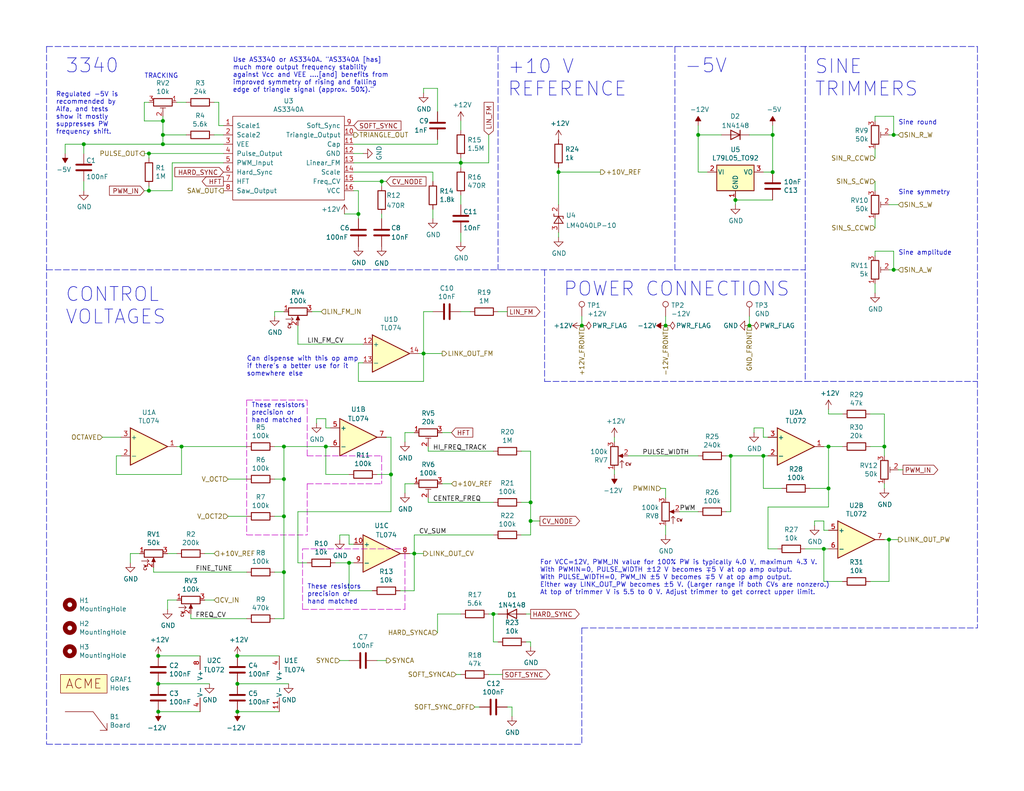
<source format=kicad_sch>
(kicad_sch (version 20211123) (generator eeschema)
  (paper "USLetter")
  (title_block (title "Hero VCO") (date "2021-11-16") (company "Rich Holmes / Analog Output") (comment 1 "or neighboring rights to this work. Published from United States.") (comment 2 "To the extent possible under law, Richard Holmes has waived all copyright and related ") (comment 3 "Partly based on designs by Kassutronics, Thomas Henry, and LMNC"))
  (junction (at 49.53 121.92))
  (junction (at 190.5 36.83))
  (junction (at 134.62 167.64))
  (junction (at 95.25 153.67))
  (junction (at 97.79 58.42))
  (junction (at 152.4 46.99))
  (junction (at 243.84 73.66))
  (junction (at 113.03 151.13))
  (junction (at 241.3 121.92))
  (junction (at 158.75 88.9))
  (junction (at 40.64 52.07))
  (junction (at 77.47 156.21))
  (junction (at 77.47 121.92))
  (junction (at 210.82 46.99))
  (junction (at 44.45 39.37))
  (junction (at 64.77 179.07))
  (junction (at 204.47 88.9))
  (junction (at 43.18 194.31))
  (junction (at 144.78 137.16))
  (junction (at 43.18 186.69))
  (junction (at 199.39 124.46))
  (junction (at 226.06 133.35))
  (junction (at 22.86 39.37))
  (junction (at 44.45 36.83))
  (junction (at 44.45 33.02))
  (junction (at 104.14 49.53))
  (junction (at 115.57 96.52))
  (junction (at 64.77 186.69))
  (junction (at 88.9 121.92))
  (junction (at 243.84 36.83))
  (junction (at 181.61 88.9))
  (junction (at 125.73 44.45))
  (junction (at 77.47 140.97))
  (junction (at 226.06 121.92))
  (junction (at 40.64 41.91))
  (junction (at 64.77 194.31))
  (junction (at 106.68 129.54))
  (junction (at 144.78 142.24))
  (junction (at 77.47 130.81))
  (junction (at 208.28 124.46))
  (junction (at 43.18 179.07))
  (junction (at 224.79 149.86))
  (junction (at 210.82 36.83))
  (junction (at 200.66 54.61))
  (junction (at 242.57 147.32))
  (wire (pts (xy 60.96 41.91) (xy 40.64 41.91)))
  (wire (pts (xy 224.79 142.24) (xy 222.25 142.24)))
  (wire (pts (xy 88.9 121.92) (xy 88.9 129.54)))
  (wire (pts (xy 241.3 132.08) (xy 241.3 133.35)))
  (wire (pts (xy 74.93 140.97) (xy 77.47 140.97)))
  (wire (pts (xy 167.64 119.38) (xy 167.64 120.65)))
  (wire (pts (xy 83.82 153.67) (xy 81.28 153.67)))
  (wire (pts (xy 238.76 62.23) (xy 238.76 59.69)))
  (wire (pts (xy 224.79 149.86) (xy 224.79 158.75)))
  (wire (pts (xy 115.57 85.09) (xy 115.57 96.52)))
  (wire (pts (xy 97.79 104.14) (xy 115.57 104.14)))
  (wire (pts (xy 92.71 180.34) (xy 95.25 180.34)))
  (wire (pts (xy 105.41 49.53) (xy 104.14 49.53)))
  (wire (pts (xy 27.94 119.38) (xy 33.02 119.38)))
  (wire (pts (xy 190.5 36.83) (xy 196.85 36.83)))
  (wire (pts (xy 144.78 167.64) (xy 143.51 167.64)))
  (wire (pts (xy 88.9 114.3) (xy 88.9 116.84)))
  (wire (pts (xy 144.78 123.19) (xy 142.24 123.19)))
  (wire (pts (xy 152.4 63.5) (xy 152.4 64.77)))
  (wire (pts (xy 58.42 36.83) (xy 60.96 36.83)))
  (wire (pts (xy 96.52 46.99) (xy 118.11 46.99)))
  (polyline (pts (xy 83.82 124.46) (xy 83.82 109.22)) (stroke (width 0) (color 194 0 194 1)))
  (wire (pts (xy 55.88 151.13) (xy 58.42 151.13)))
  (wire (pts (xy 226.06 149.86) (xy 224.79 149.86)))
  (wire (pts (xy 205.74 116.84) (xy 205.74 118.11)))
  (wire (pts (xy 137.16 184.15) (xy 133.35 184.15)))
  (wire (pts (xy 226.06 113.03) (xy 229.87 113.03)))
  (wire (pts (xy 115.57 24.13) (xy 115.57 25.4)))
  (wire (pts (xy 38.1 151.13) (xy 35.56 151.13)))
  (wire (pts (xy 31.75 129.54) (xy 49.53 129.54)))
  (wire (pts (xy 41.91 156.21) (xy 67.31 156.21)))
  (wire (pts (xy 198.12 139.7) (xy 199.39 139.7)))
  (wire (pts (xy 210.82 34.29) (xy 210.82 36.83)))
  (polyline (pts (xy 184.15 12.7) (xy 184.15 73.66)))
  (wire (pts (xy 35.56 151.13) (xy 35.56 153.67)))
  (wire (pts (xy 158.75 86.36) (xy 158.75 88.9)))
  (wire (pts (xy 135.89 175.26) (xy 134.62 175.26)))
  (wire (pts (xy 119.38 30.48) (xy 119.38 24.13)))
  (wire (pts (xy 57.15 186.69) (xy 43.18 186.69)))
  (wire (pts (xy 115.57 151.13) (xy 113.03 151.13)))
  (wire (pts (xy 118.11 59.69) (xy 118.11 57.15)))
  (wire (pts (xy 106.68 139.7) (xy 106.68 129.54)))
  (wire (pts (xy 242.57 147.32) (xy 241.3 147.32)))
  (wire (pts (xy 243.84 73.66) (xy 242.57 73.66)))
  (wire (pts (xy 77.47 121.92) (xy 77.47 130.81)))
  (wire (pts (xy 90.17 121.92) (xy 88.9 121.92)))
  (wire (pts (xy 144.78 142.24) (xy 144.78 137.16)))
  (wire (pts (xy 125.73 63.5) (xy 125.73 66.04)))
  (wire (pts (xy 115.57 96.52) (xy 120.65 96.52)))
  (wire (pts (xy 39.37 33.02) (xy 44.45 33.02)))
  (wire (pts (xy 74.93 130.81) (xy 77.47 130.81)))
  (wire (pts (xy 40.64 27.94) (xy 39.37 27.94)))
  (wire (pts (xy 110.49 118.11) (xy 110.49 120.65)))
  (wire (pts (xy 44.45 36.83) (xy 50.8 36.83)))
  (wire (pts (xy 204.47 86.36) (xy 204.47 88.9)))
  (wire (pts (xy 224.79 144.78) (xy 226.06 144.78)))
  (wire (pts (xy 76.2 179.07) (xy 64.77 179.07)))
  (polyline (pts (xy 83.82 132.08) (xy 83.82 146.05)) (stroke (width 0) (color 194 0 194 1)))
  (wire (pts (xy 133.35 36.83) (xy 133.35 44.45)))
  (wire (pts (xy 243.84 68.58) (xy 243.84 73.66)))
  (wire (pts (xy 97.79 52.07) (xy 97.79 58.42)))
  (wire (pts (xy 152.4 46.99) (xy 152.4 45.72)))
  (wire (pts (xy 40.64 50.8) (xy 40.64 52.07)))
  (wire (pts (xy 238.76 31.75) (xy 243.84 31.75)))
  (wire (pts (xy 242.57 147.32) (xy 245.11 147.32)))
  (wire (pts (xy 88.9 114.3) (xy 86.36 114.3)))
  (wire (pts (xy 245.11 128.27) (xy 246.38 128.27)))
  (wire (pts (xy 40.64 52.07) (xy 46.99 52.07)))
  (wire (pts (xy 54.61 179.07) (xy 43.18 179.07)))
  (wire (pts (xy 113.03 161.29) (xy 113.03 151.13)))
  (wire (pts (xy 185.42 139.7) (xy 190.5 139.7)))
  (wire (pts (xy 92.71 146.05) (xy 92.71 147.32)))
  (wire (pts (xy 81.28 139.7) (xy 106.68 139.7)))
  (wire (pts (xy 39.37 27.94) (xy 39.37 33.02)))
  (polyline (pts (xy 67.31 109.22) (xy 83.82 109.22)) (stroke (width 0) (color 194 0 194 1)))
  (wire (pts (xy 226.06 121.92) (xy 224.79 121.92)))
  (wire (pts (xy 139.7 193.04) (xy 138.43 193.04)))
  (wire (pts (xy 95.25 146.05) (xy 95.25 148.59)))
  (wire (pts (xy 116.84 135.89) (xy 116.84 137.16)))
  (wire (pts (xy 125.73 44.45) (xy 125.73 45.72)))
  (wire (pts (xy 77.47 140.97) (xy 77.47 156.21)))
  (wire (pts (xy 171.45 124.46) (xy 190.5 124.46)))
  (wire (pts (xy 125.73 53.34) (xy 125.73 55.88)))
  (wire (pts (xy 204.47 36.83) (xy 210.82 36.83)))
  (wire (pts (xy 77.47 121.92) (xy 88.9 121.92)))
  (wire (pts (xy 238.76 68.58) (xy 243.84 68.58)))
  (wire (pts (xy 144.78 176.53) (xy 144.78 175.26)))
  (wire (pts (xy 242.57 158.75) (xy 242.57 147.32)))
  (wire (pts (xy 242.57 55.88) (xy 245.11 55.88)))
  (wire (pts (xy 102.87 180.34) (xy 105.41 180.34)))
  (wire (pts (xy 226.06 138.43) (xy 226.06 133.35)))
  (polyline (pts (xy 12.7 12.7) (xy 266.7 12.7)))
  (wire (pts (xy 86.36 114.3) (xy 86.36 115.57)))
  (wire (pts (xy 62.23 130.81) (xy 67.31 130.81)))
  (wire (pts (xy 59.69 34.29) (xy 60.96 34.29)))
  (wire (pts (xy 81.28 88.9) (xy 81.28 93.98)))
  (wire (pts (xy 238.76 43.18) (xy 238.76 40.64)))
  (wire (pts (xy 142.24 146.05) (xy 144.78 146.05)))
  (polyline (pts (xy 148.59 104.14) (xy 219.71 104.14)))
  (wire (pts (xy 237.49 113.03) (xy 241.3 113.03)))
  (wire (pts (xy 52.07 167.64) (xy 52.07 168.91)))
  (polyline (pts (xy 135.89 12.7) (xy 135.89 73.66)))
  (wire (pts (xy 152.4 46.99) (xy 152.4 55.88)))
  (wire (pts (xy 237.49 158.75) (xy 242.57 158.75)))
  (wire (pts (xy 245.11 73.66) (xy 243.84 73.66)))
  (polyline (pts (xy 82.55 149.86) (xy 110.49 149.86)) (stroke (width 0) (color 194 0 194 1)))
  (wire (pts (xy 123.19 132.08) (xy 120.65 132.08)))
  (wire (pts (xy 95.25 146.05) (xy 92.71 146.05)))
  (polyline (pts (xy 67.31 109.22) (xy 67.31 146.05)) (stroke (width 0) (color 194 0 194 1)))
  (wire (pts (xy 222.25 142.24) (xy 222.25 143.51)))
  (wire (pts (xy 39.37 52.07) (xy 40.64 52.07)))
  (wire (pts (xy 48.26 121.92) (xy 49.53 121.92)))
  (wire (pts (xy 226.06 121.92) (xy 229.87 121.92)))
  (wire (pts (xy 58.42 27.94) (xy 59.69 27.94)))
  (wire (pts (xy 238.76 80.01) (xy 238.76 77.47)))
  (wire (pts (xy 96.52 153.67) (xy 95.25 153.67)))
  (wire (pts (xy 190.5 34.29) (xy 190.5 36.83)))
  (wire (pts (xy 116.84 123.19) (xy 134.62 123.19)))
  (wire (pts (xy 135.89 85.09) (xy 138.43 85.09)))
  (wire (pts (xy 62.23 140.97) (xy 67.31 140.97)))
  (wire (pts (xy 144.78 146.05) (xy 144.78 142.24)))
  (wire (pts (xy 44.45 33.02) (xy 44.45 36.83)))
  (wire (pts (xy 224.79 149.86) (xy 219.71 149.86)))
  (wire (pts (xy 99.06 99.06) (xy 97.79 99.06)))
  (polyline (pts (xy 266.7 12.7) (xy 266.7 171.45)))
  (wire (pts (xy 22.86 39.37) (xy 44.45 39.37)))
  (wire (pts (xy 237.49 121.92) (xy 241.3 121.92)))
  (wire (pts (xy 22.86 52.07) (xy 22.86 49.53)))
  (wire (pts (xy 74.93 121.92) (xy 77.47 121.92)))
  (wire (pts (xy 110.49 132.08) (xy 110.49 134.62)))
  (wire (pts (xy 181.61 86.36) (xy 181.61 88.9)))
  (wire (pts (xy 96.52 52.07) (xy 97.79 52.07)))
  (wire (pts (xy 52.07 168.91) (xy 67.31 168.91)))
  (wire (pts (xy 209.55 149.86) (xy 209.55 138.43)))
  (wire (pts (xy 96.52 44.45) (xy 125.73 44.45)))
  (wire (pts (xy 129.54 193.04) (xy 130.81 193.04)))
  (wire (pts (xy 135.89 167.64) (xy 134.62 167.64)))
  (wire (pts (xy 243.84 36.83) (xy 242.57 36.83)))
  (wire (pts (xy 44.45 39.37) (xy 44.45 36.83)))
  (wire (pts (xy 220.98 133.35) (xy 226.06 133.35)))
  (wire (pts (xy 125.73 184.15) (xy 124.46 184.15)))
  (wire (pts (xy 22.86 39.37) (xy 22.86 41.91)))
  (polyline (pts (xy 67.31 146.05) (xy 83.82 146.05)) (stroke (width 0) (color 194 0 194 1)))
  (wire (pts (xy 125.73 33.02) (xy 125.73 35.56)))
  (wire (pts (xy 152.4 46.99) (xy 163.83 46.99)))
  (polyline (pts (xy 12.7 203.2) (xy 158.75 203.2)))
  (wire (pts (xy 190.5 36.83) (xy 190.5 46.99)))
  (wire (pts (xy 113.03 118.11) (xy 110.49 118.11)))
  (wire (pts (xy 95.25 148.59) (xy 96.52 148.59)))
  (wire (pts (xy 144.78 175.26) (xy 143.51 175.26)))
  (polyline (pts (xy 83.82 124.46) (xy 104.14 124.46)) (stroke (width 0) (color 194 0 194 1)))
  (wire (pts (xy 144.78 137.16) (xy 144.78 123.19)))
  (wire (pts (xy 97.79 58.42) (xy 97.79 59.69)))
  (wire (pts (xy 238.76 52.07) (xy 238.76 49.53)))
  (wire (pts (xy 209.55 138.43) (xy 226.06 138.43)))
  (wire (pts (xy 190.5 46.99) (xy 193.04 46.99)))
  (wire (pts (xy 245.11 36.83) (xy 243.84 36.83)))
  (wire (pts (xy 116.84 137.16) (xy 134.62 137.16)))
  (wire (pts (xy 167.64 128.27) (xy 167.64 129.54)))
  (wire (pts (xy 44.45 31.75) (xy 44.45 33.02)))
  (polyline (pts (xy 82.55 166.37) (xy 82.55 149.86)) (stroke (width 0) (color 194 0 194 1)))
  (wire (pts (xy 55.88 163.83) (xy 58.42 163.83)))
  (wire (pts (xy 208.28 133.35) (xy 213.36 133.35)))
  (wire (pts (xy 119.38 24.13) (xy 115.57 24.13)))
  (wire (pts (xy 134.62 146.05) (xy 113.03 146.05)))
  (wire (pts (xy 95.25 161.29) (xy 101.6 161.29)))
  (wire (pts (xy 50.8 27.94) (xy 48.26 27.94)))
  (wire (pts (xy 243.84 31.75) (xy 243.84 36.83)))
  (wire (pts (xy 91.44 153.67) (xy 95.25 153.67)))
  (wire (pts (xy 241.3 113.03) (xy 241.3 121.92)))
  (wire (pts (xy 99.06 41.91) (xy 96.52 41.91)))
  (wire (pts (xy 238.76 68.58) (xy 238.76 69.85)))
  (wire (pts (xy 74.93 168.91) (xy 77.47 168.91)))
  (wire (pts (xy 199.39 124.46) (xy 199.39 139.7)))
  (polyline (pts (xy 104.14 124.46) (xy 104.14 132.08)) (stroke (width 0) (color 194 0 194 1)))
  (wire (pts (xy 119.38 167.64) (xy 119.38 172.72)))
  (wire (pts (xy 208.28 124.46) (xy 208.28 133.35)))
  (wire (pts (xy 115.57 104.14) (xy 115.57 96.52)))
  (wire (pts (xy 226.06 111.76) (xy 226.06 113.03)))
  (wire (pts (xy 208.28 119.38) (xy 209.55 119.38)))
  (wire (pts (xy 241.3 121.92) (xy 241.3 124.46)))
  (wire (pts (xy 77.47 85.09) (xy 74.93 85.09)))
  (wire (pts (xy 115.57 96.52) (xy 114.3 96.52)))
  (wire (pts (xy 180.34 133.35) (xy 181.61 133.35)))
  (wire (pts (xy 116.84 121.92) (xy 116.84 123.19)))
  (wire (pts (xy 81.28 153.67) (xy 81.28 139.7)))
  (wire (pts (xy 198.12 124.46) (xy 199.39 124.46)))
  (wire (pts (xy 115.57 85.09) (xy 118.11 85.09)))
  (wire (pts (xy 209.55 124.46) (xy 208.28 124.46)))
  (wire (pts (xy 105.41 119.38) (xy 106.68 119.38)))
  (wire (pts (xy 17.78 41.91) (xy 17.78 39.37)))
  (polyline (pts (xy 219.71 104.14) (xy 266.7 104.14)))
  (wire (pts (xy 96.52 39.37) (xy 119.38 39.37)))
  (wire (pts (xy 210.82 46.99) (xy 208.28 46.99)))
  (wire (pts (xy 46.99 44.45) (xy 60.96 44.45)))
  (polyline (pts (xy 148.59 73.66) (xy 148.59 104.14)))
  (wire (pts (xy 39.37 41.91) (xy 40.64 41.91)))
  (wire (pts (xy 49.53 129.54) (xy 49.53 121.92)))
  (wire (pts (xy 109.22 161.29) (xy 113.03 161.29)))
  (wire (pts (xy 40.64 41.91) (xy 40.64 43.18)))
  (wire (pts (xy 93.98 58.42) (xy 97.79 58.42)))
  (wire (pts (xy 74.93 85.09) (xy 74.93 86.36)))
  (wire (pts (xy 88.9 129.54) (xy 95.25 129.54)))
  (wire (pts (xy 48.26 163.83) (xy 45.72 163.83)))
  (wire (pts (xy 113.03 146.05) (xy 113.03 151.13)))
  (wire (pts (xy 134.62 167.64) (xy 133.35 167.64)))
  (wire (pts (xy 54.61 194.31) (xy 43.18 194.31)))
  (wire (pts (xy 59.69 27.94) (xy 59.69 34.29)))
  (wire (pts (xy 224.79 142.24) (xy 224.79 144.78)))
  (polyline (pts (xy 83.82 132.08) (xy 104.14 132.08)) (stroke (width 0) (color 194 0 194 1)))
  (wire (pts (xy 139.7 195.58) (xy 139.7 193.04)))
  (wire (pts (xy 208.28 116.84) (xy 208.28 119.38)))
  (wire (pts (xy 102.87 129.54) (xy 106.68 129.54)))
  (polyline (pts (xy 82.55 166.37) (xy 110.49 166.37)) (stroke (width 0) (color 194 0 194 1)))
  (wire (pts (xy 144.78 142.24) (xy 147.32 142.24)))
  (wire (pts (xy 106.68 119.38) (xy 106.68 129.54)))
  (wire (pts (xy 210.82 54.61) (xy 200.66 54.61)))
  (wire (pts (xy 76.2 194.31) (xy 64.77 194.31)))
  (wire (pts (xy 224.79 158.75) (xy 229.87 158.75)))
  (wire (pts (xy 77.47 130.81) (xy 77.47 140.97)))
  (wire (pts (xy 134.62 175.26) (xy 134.62 167.64)))
  (wire (pts (xy 97.79 99.06) (xy 97.79 104.14)))
  (wire (pts (xy 208.28 116.84) (xy 205.74 116.84)))
  (wire (pts (xy 111.76 151.13) (xy 113.03 151.13)))
  (wire (pts (xy 181.61 133.35) (xy 181.61 135.89)))
  (wire (pts (xy 125.73 44.45) (xy 133.35 44.45)))
  (wire (pts (xy 104.14 50.8) (xy 104.14 49.53)))
  (polyline (pts (xy 158.75 171.45) (xy 266.7 171.45)))
  (polyline (pts (xy 12.7 12.7) (xy 12.7 203.2)))
  (wire (pts (xy 226.06 133.35) (xy 226.06 121.92)))
  (wire (pts (xy 81.28 93.98) (xy 99.06 93.98)))
  (wire (pts (xy 45.72 151.13) (xy 48.26 151.13)))
  (wire (pts (xy 22.86 39.37) (xy 17.78 39.37)))
  (wire (pts (xy 125.73 85.09) (xy 128.27 85.09)))
  (wire (pts (xy 238.76 31.75) (xy 238.76 33.02)))
  (wire (pts (xy 78.74 186.69) (xy 64.77 186.69)))
  (wire (pts (xy 123.19 118.11) (xy 120.65 118.11)))
  (wire (pts (xy 118.11 46.99) (xy 118.11 49.53)))
  (wire (pts (xy 95.25 153.67) (xy 95.25 161.29)))
  (wire (pts (xy 142.24 137.16) (xy 144.78 137.16)))
  (wire (pts (xy 85.09 85.09) (xy 87.63 85.09)))
  (wire (pts (xy 104.14 58.42) (xy 104.14 59.69)))
  (wire (pts (xy 46.99 52.07) (xy 46.99 44.45)))
  (wire (pts (xy 181.61 143.51) (xy 181.61 146.05)))
  (polyline (pts (xy 158.75 171.45) (xy 158.75 203.2)))
  (wire (pts (xy 200.66 55.88) (xy 200.66 54.61)))
  (wire (pts (xy 119.38 38.1) (xy 119.38 39.37)))
  (wire (pts (xy 41.91 154.94) (xy 41.91 156.21)))
  (wire (pts (xy 45.72 163.83) (xy 45.72 166.37)))
  (wire (pts (xy 212.09 149.86) (xy 209.55 149.86)))
  (wire (pts (xy 96.52 49.53) (xy 104.14 49.53)))
  (polyline (pts (xy 110.49 166.37) (xy 110.49 149.86)) (stroke (width 0) (color 194 0 194 1)))
  (wire (pts (xy 77.47 168.91) (xy 77.47 156.21)))
  (wire (pts (xy 49.53 121.92) (xy 67.31 121.92)))
  (wire (pts (xy 60.96 39.37) (xy 44.45 39.37)))
  (wire (pts (xy 113.03 132.08) (xy 110.49 132.08)))
  (wire (pts (xy 125.73 167.64) (xy 119.38 167.64)))
  (wire (pts (xy 74.93 156.21) (xy 77.47 156.21)))
  (polyline (pts (xy 12.7 73.66) (xy 219.71 73.66)))
  (wire (pts (xy 31.75 124.46) (xy 31.75 129.54)))
  (wire (pts (xy 33.02 124.46) (xy 31.75 124.46)))
  (wire (pts (xy 88.9 116.84) (xy 90.17 116.84)))
  (wire (pts (xy 208.28 124.46) (xy 199.39 124.46)))
  (polyline (pts (xy 219.71 12.7) (xy 219.71 104.14)))
  (wire (pts (xy 125.73 43.18) (xy 125.73 44.45)))
  (wire (pts (xy 210.82 36.83) (xy 210.82 46.99)))
  (text "Can dispense with this op amp\nif there's a better use for it\nsomewhere else" (at 67.31 102.87 0) (effects (font (size 1.27 1.27)) (justify left bottom)))
  (text "3340" (at 17.78 20.32 0) (effects (font (size 3.81 3.81)) (justify left bottom)))
  (text "+10 V\nREFERENCE" (at 138.43 26.67 0) (effects (font (size 3.81 3.81)) (justify left bottom)))
  (text "TRACKING" (at 39.37 21.59 0) (effects (font (size 1.27 1.27)) (justify left bottom)))
  (text "For VCC=12V, PWM_IN value for 100% PW is typically 4.0 V, maximum 4.3 V.\nWith PWMIN=0, PULSE_WIDTH ±12 V becomes ∓5 V at op amp output.\nWith PULSE_WIDTH=0, PWM_IN ±5 V becomes ∓5 V at op amp output.\nEither way LINK_OUT_PW becomes ±5 V. (Larger range if both CVs are nonzero.)\nAt top of trimmer V is 5.5 to 0 V. Adjust trimmer to get correct upper limit.\n" (at 147.32 162.56 0) (effects (font (size 1.27 1.27)) (justify left bottom)))
  (text "Sine round" (at 245.11 34.29 0) (effects (font (size 1.27 1.27)) (justify left bottom)))
  (text "Sine symmetry" (at 245.11 53.34 0) (effects (font (size 1.27 1.27)) (justify left bottom)))
  (text "Use AS3340 or AS3340A. \"AS3340A [has] \nmuch more output frequency stability \nagainst Vcc and VEE ....[and] benefits from \nimproved symmetry of rising and falling \nedge of triangle signal (approx. 50%).\"" (at 63.5 25.4 0) (effects (font (size 1.27 1.27)) (justify left bottom)))
  (text "-5V" (at 186.69 20.32 0) (effects (font (size 3.81 3.81)) (justify left bottom)))
  (text "These resistors\nprecision or \nhand matched" (at 83.82 165.1 0) (effects (font (size 1.27 1.27)) (justify left bottom)))
  (text "CONTROL\nVOLTAGES" (at 17.78 88.9 0) (effects (font (size 3.81 3.81)) (justify left bottom)))
  (text "Sine amplitude" (at 245.11 69.85 0) (effects (font (size 1.27 1.27)) (justify left bottom)))
  (text "These resistors\nprecision or \nhand matched" (at 68.58 115.57 0) (effects (font (size 1.27 1.27)) (justify left bottom)))
  (text "SINE\nTRIMMERS" (at 222.25 26.67 0) (effects (font (size 3.81 3.81)) (justify left bottom)))
  (text "POWER CONNECTIONS" (at 153.67 81.28 0) (effects (font (size 3.81 3.81)) (justify left bottom)))
  (text "Regulated -5V is\nrecommended by\nAlfa, and tests\nshow it mostly \nsuppresses PW \nfrequency shift." (at 15.24 36.83 0) (effects (font (size 1.27 1.27)) (justify left bottom)))
  (label "PULSE_WIDTH" (at 175.26 124.46 0))
  (label "PWM" (at 185.42 139.7 0))
  (label "FREQ_CV" (at 53.34 168.91 0))
  (label "LIN_FM_CV" (at 83.82 93.98 0))
  (label "FINE_TUNE" (at 53.34 156.21 0))
  (label "HI_FREQ_TRACK" (at 118.11 123.19 0))
  (label "CENTER_FREQ" (at 118.11 137.16 0))
  (label "CV_SUM" (at 114.3 146.05 0))
  (global_label "LIN_FM" (shape output) (at 138.43 85.09 0) (property "Intersheet References" "${INTERSHEET_REFS}" (effects hide)))
  (global_label "HARD_SYNC" (shape output) (at 144.78 167.64 0) (property "Intersheet References" "${INTERSHEET_REFS}" (effects hide)))
  (global_label "PWM_IN" (shape output) (at 246.38 128.27 0) (property "Intersheet References" "${INTERSHEET_REFS}" (effects hide)))
  (global_label "HFT" (shape output) (at 60.96 49.53 180) (property "Intersheet References" "${INTERSHEET_REFS}" (effects hide)))
  (global_label "CV_NODE" (shape input) (at 105.41 49.53 0) (property "Intersheet References" "${INTERSHEET_REFS}" (effects hide)))
  (global_label "HARD_SYNC" (shape input) (at 60.96 46.99 180) (property "Intersheet References" "${INTERSHEET_REFS}" (effects hide)))
  (global_label "PWM_IN" (shape input) (at 39.37 52.07 180) (property "Intersheet References" "${INTERSHEET_REFS}" (effects hide)))
  (global_label "SOFT_SYNC" (shape input) (at 96.52 34.29 0) (property "Intersheet References" "${INTERSHEET_REFS}" (effects hide)))
  (global_label "LIN_FM" (shape input) (at 133.35 36.83 90) (property "Intersheet References" "${INTERSHEET_REFS}" (effects hide)))
  (global_label "CV_NODE" (shape output) (at 147.32 142.24 0) (property "Intersheet References" "${INTERSHEET_REFS}" (effects hide)))
  (global_label "HFT" (shape input) (at 123.19 118.11 0) (property "Intersheet References" "${INTERSHEET_REFS}" (effects hide)))
  (global_label "SOFT_SYNC" (shape output) (at 137.16 184.15 0) (property "Intersheet References" "${INTERSHEET_REFS}" (effects hide)))
  (hierarchical_label "SOFT_SYNCA" (shape input) (at 124.46 184.15 180))
  (hierarchical_label "V_OCT" (shape input) (at 62.23 130.81 180))
  (hierarchical_label "SOFT_SYNC_OFF" (shape input) (at 129.54 193.04 180))
  (hierarchical_label "SIN_R_W" (shape input) (at 245.11 36.83 0))
  (hierarchical_label "LINK_OUT_PW" (shape output) (at 245.11 147.32 0))
  (hierarchical_label "SAW_OUT" (shape output) (at 60.96 52.07 180))
  (hierarchical_label "PULSE_OUT" (shape output) (at 39.37 41.91 180))
  (hierarchical_label "+10V_REF" (shape output) (at 163.83 46.99 0))
  (hierarchical_label "PWMIN" (shape input) (at 180.34 133.35 180))
  (hierarchical_label "SIN_S_CCW" (shape input) (at 238.76 62.23 180))
  (hierarchical_label "-12V_FRONT" (shape input) (at 181.61 88.9 270))
  (hierarchical_label "LINK_OUT_CV" (shape output) (at 115.57 151.13 0))
  (hierarchical_label "V_OCT2" (shape input) (at 62.23 140.97 180))
  (hierarchical_label "CV_IN" (shape input) (at 58.42 163.83 0))
  (hierarchical_label "SYNCA" (shape output) (at 105.41 180.34 0))
  (hierarchical_label "SIN_A_W" (shape input) (at 245.11 73.66 0))
  (hierarchical_label "TRIANGLE_OUT" (shape output) (at 96.52 36.83 0))
  (hierarchical_label "GND_FRONT" (shape input) (at 204.47 88.9 270))
  (hierarchical_label "SIN_S_CW" (shape input) (at 238.76 49.53 180))
  (hierarchical_label "OCTAVE" (shape input) (at 27.94 119.38 180))
  (hierarchical_label "SYNC" (shape input) (at 92.71 180.34 180))
  (hierarchical_label "LIN_FM_IN" (shape input) (at 87.63 85.09 0))
  (hierarchical_label "+10V_REF" (shape input) (at 123.19 132.08 0))
  (hierarchical_label "HARD_SYNCA" (shape input) (at 119.38 172.72 180))
  (hierarchical_label "SIN_R_CCW" (shape input) (at 238.76 43.18 180))
  (hierarchical_label "SIN_S_W" (shape input) (at 245.11 55.88 0))
  (hierarchical_label "+10V_REF" (shape input) (at 58.42 151.13 0))
  (hierarchical_label "LINK_OUT_FM" (shape output) (at 120.65 96.52 0))
  (hierarchical_label "+12V_FRONT" (shape input) (at 158.75 88.9 270))
  (symbol (lib_id "ao_symbols:AS3340") (at 78.74 43.18 0) (unit 1)
    (property "Reference" "U3" (at 78.74 27.559 0))
    (property "Value" "AS3340A" (at 78.74 29.8704 0))
    (property "Footprint" "ao_tht:DIP-16_W7.62mm_Socket_LongPads" (effects hide))
    (property "Datasheet" "http://www.ti.com/lit/ds/symlink/tl071.pdf" (effects hide))
  )
  (symbol (lib_id "ao_symbols:C") (at 22.86 45.72 0) (unit 1)
    (property "Reference" "C1" (at 23.495 43.815 0) (effects (justify left)))
    (property "Value" "100nF" (at 23.495 48.26 0) (effects (justify left)))
    (property "Footprint" "ao_tht:C_Disc_D3.0mm_W1.6mm_P2.50mm" (effects hide))
    (property "Vendor" "Tayda" (effects hide))
  )
  (symbol (lib_id "power:GND") (at 22.86 52.07 0) (unit 1)
    (property "Reference" "#PWR05" (effects hide))
    (property "Value" "GND" (at 22.987 56.4642 0))
  )
  (symbol (lib_id "power:GND") (at 110.49 120.65 0) (unit 1)
    (property "Reference" "#PWR021" (effects hide))
    (property "Value" "GND" (at 110.617 125.0442 0))
  )
  (symbol (lib_id "ao_symbols:R_POT") (at 81.28 85.09 270) (unit 1)
    (property "Reference" "RV4" (at 81.28 79.8322 90))
    (property "Value" "100k" (at 81.28 82.1436 90))
    (property "Footprint" "ao_tht:Potentiometer_Alpha_RD901F-40-00D_Single_Vertical_centered" (effects hide))
    (property "Vendor" "Tayda" (effects hide))
  )
  (symbol (lib_id "power:GND") (at 74.93 86.36 0) (unit 1)
    (property "Reference" "#PWR013" (effects hide))
    (property "Value" "GND" (at 75.057 90.7542 0))
  )
  (symbol (lib_id "ao_symbols:C") (at 99.06 180.34 270) (unit 1)
    (property "Reference" "C7" (at 99.06 173.9392 90))
    (property "Value" "100nF" (at 99.06 176.2506 90))
    (property "Footprint" "ao_tht:C_Rect_L7.2mm_W2.5mm_P5.00mm_FKS2_FKP2_MKS2_MKP2" (effects hide))
    (property "Vendor" "Tayda" (effects hide))
  )
  (symbol (lib_id "ao_symbols:TL074") (at 97.79 119.38 0) (unit 2)
    (property "Reference" "U1" (at 97.79 111.76 0))
    (property "Value" "TL074" (at 97.79 114.3 0))
    (property "Footprint" "ao_tht:DIP-14_W7.62mm_Socket_LongPads" (effects hide))
    (property "Vendor" "Tayda" (effects hide))
    (property "SKU" "A-1138" (effects hide))
  )
  (symbol (lib_id "ao_symbols:R") (at 99.06 129.54 270) (unit 1)
    (property "Reference" "R11" (at 99.06 124.2822 90))
    (property "Value" "100k" (at 99.06 126.5936 90))
    (property "Footprint" "ao_tht:R_Axial_DIN0207_L6.3mm_D2.5mm_P10.16mm_Horizontal" (effects hide))
    (property "Vendor" "Tayda" (effects hide))
  )
  (symbol (lib_id "ao_symbols:TL074") (at 104.14 151.13 0) (unit 3)
    (property "Reference" "U1" (at 104.14 143.51 0))
    (property "Value" "TL074" (at 105.41 146.05 0))
    (property "Footprint" "ao_tht:DIP-14_W7.62mm_Socket_LongPads" (effects hide))
    (property "Vendor" "Tayda" (effects hide))
    (property "SKU" "A-1138" (effects hide))
  )
  (symbol (lib_id "ao_symbols:R") (at 105.41 161.29 270) (unit 1)
    (property "Reference" "R13" (at 105.41 156.0322 90))
    (property "Value" "10k" (at 105.41 158.3436 90))
    (property "Footprint" "ao_tht:R_Axial_DIN0207_L6.3mm_D2.5mm_P10.16mm_Horizontal" (effects hide))
    (property "Vendor" "Tayda" (effects hide))
  )
  (symbol (lib_id "ao_symbols:R") (at 87.63 153.67 270) (unit 1)
    (property "Reference" "R10" (at 87.63 148.4122 90))
    (property "Value" "10k" (at 87.63 150.7236 90))
    (property "Footprint" "ao_tht:R_Axial_DIN0207_L6.3mm_D2.5mm_P10.16mm_Horizontal" (effects hide))
    (property "Vendor" "Tayda" (effects hide))
  )
  (symbol (lib_id "ao_symbols:TL074") (at 106.68 96.52 0) (unit 4)
    (property "Reference" "U1" (at 106.68 87.1982 0))
    (property "Value" "TL074" (at 106.68 89.5096 0))
    (property "Footprint" "ao_tht:DIP-14_W7.62mm_Socket_LongPads" (effects hide))
    (property "Vendor" "Tayda" (effects hide))
    (property "SKU" "A-1138" (effects hide))
  )
  (symbol (lib_id "power:-5V") (at 17.78 41.91 180) (unit 1)
    (property "Reference" "#PWR04" (effects hide))
    (property "Value" "-5V" (at 17.399 46.3042 0))
  )
  (symbol (lib_id "ao_symbols:R") (at 138.43 146.05 270) (unit 1)
    (property "Reference" "R22" (at 138.43 140.7922 90))
    (property "Value" "100k" (at 138.43 143.1036 90))
    (property "Footprint" "ao_tht:R_Axial_DIN0207_L6.3mm_D2.5mm_P10.16mm_Horizontal" (effects hide))
    (property "Vendor" "Tayda" (effects hide))
  )
  (symbol (lib_id "ao_symbols:TL074") (at 78.74 186.69 0) (unit 5)
    (property "Reference" "U1" (at 77.47 180.34 0) (effects (justify left)))
    (property "Value" "TL074" (at 77.47 182.88 0) (effects (justify left)))
    (property "Footprint" "ao_tht:DIP-14_W7.62mm_Socket_LongPads" (effects hide))
    (property "Datasheet" "http://www.ti.com/lit/ds/symlink/tl071.pdf" (effects hide))
    (property "Vendor" "Tayda" (effects hide))
    (property "SKU" "A-1138" (effects hide))
  )
  (symbol (lib_id "ao_symbols:R") (at 118.11 53.34 0) (unit 1)
    (property "Reference" "R14" (at 119.888 52.1716 0) (effects (justify left)))
    (property "Value" "1.8k" (at 119.888 54.483 0) (effects (justify left)))
    (property "Footprint" "ao_tht:R_Axial_DIN0207_L6.3mm_D2.5mm_P10.16mm_Horizontal" (effects hide))
    (property "Vendor" "Tayda" (effects hide))
  )
  (symbol (lib_id "ao_symbols:R") (at 54.61 36.83 270) (unit 1)
    (property "Reference" "R4" (at 54.61 31.5722 90))
    (property "Value" "5.6k" (at 54.61 33.8836 90))
    (property "Footprint" "ao_tht:R_Axial_DIN0207_L6.3mm_D2.5mm_P10.16mm_Horizontal" (effects hide))
    (property "Vendor" "Tayda" (effects hide))
  )
  (symbol (lib_id "ao_symbols:R") (at 54.61 27.94 270) (unit 1)
    (property "Reference" "R3" (at 54.61 22.6822 90))
    (property "Value" "24k" (at 54.61 24.9936 90))
    (property "Footprint" "ao_tht:R_Axial_DIN0207_L6.3mm_D2.5mm_P10.16mm_Horizontal" (effects hide))
    (property "Vendor" "Tayda" (effects hide))
  )
  (symbol (lib_id "ao_symbols:R_POT_TRIM_3296W") (at 44.45 27.94 270) (unit 1)
    (property "Reference" "RV2" (at 44.45 22.6822 90))
    (property "Value" "10k" (at 44.45 24.9936 90))
    (property "Footprint" "ao_tht:Potentiometer_Bourns_3296W_Vertical_screw_centered" (effects hide))
    (property "Vendor" "Tayda" (effects hide))
  )
  (symbol (lib_id "ao_symbols:R") (at 40.64 46.99 0) (unit 1)
    (property "Reference" "R1" (at 42.418 45.8216 0) (effects (justify left)))
    (property "Value" "1M" (at 42.418 48.133 0) (effects (justify left)))
    (property "Footprint" "ao_tht:R_Axial_DIN0207_L6.3mm_D2.5mm_P10.16mm_Horizontal" (effects hide))
    (property "Vendor" "Tayda" (effects hide))
  )
  (symbol (lib_id "power:GND") (at 118.11 59.69 0) (unit 1)
    (property "Reference" "#PWR024" (effects hide))
    (property "Value" "GND" (at 118.237 64.0842 0))
  )
  (symbol (lib_id "ao_symbols:R") (at 125.73 39.37 0) (unit 1)
    (property "Reference" "R15" (at 127.508 38.2016 0) (effects (justify left)))
    (property "Value" "1.5M" (at 127.508 40.513 0) (effects (justify left)))
    (property "Footprint" "ao_tht:R_Axial_DIN0207_L6.3mm_D2.5mm_P10.16mm_Horizontal" (effects hide))
    (property "Vendor" "Tayda" (effects hide))
  )
  (symbol (lib_id "ao_symbols:R") (at 125.73 49.53 0) (unit 1)
    (property "Reference" "R16" (at 127.508 48.3616 0) (effects (justify left)))
    (property "Value" "470R" (at 127.508 50.673 0) (effects (justify left)))
    (property "Footprint" "ao_tht:R_Axial_DIN0207_L6.3mm_D2.5mm_P10.16mm_Horizontal" (effects hide))
    (property "Vendor" "Tayda" (effects hide))
  )
  (symbol (lib_id "power:GND") (at 125.73 66.04 0) (unit 1)
    (property "Reference" "#PWR026" (effects hide))
    (property "Value" "GND" (at 125.857 70.4342 0))
  )
  (symbol (lib_id "ao_symbols:C") (at 125.73 59.69 0) (unit 1)
    (property "Reference" "C11" (at 126.365 57.785 0) (effects (justify left)))
    (property "Value" "10nF" (at 126.365 62.23 0) (effects (justify left)))
    (property "Footprint" "ao_tht:C_Rect_L7.2mm_W2.5mm_P5.00mm_FKS2_FKP2_MKS2_MKP2" (effects hide))
    (property "Vendor" "Tayda" (effects hide))
  )
  (symbol (lib_id "power:GND") (at 99.06 41.91 90) (unit 1)
    (property "Reference" "#PWR019" (effects hide))
    (property "Value" "GND" (at 103.4542 41.783 0))
  )
  (symbol (lib_id "ao_symbols:C") (at 119.38 34.29 0) (unit 1)
    (property "Reference" "C9" (at 114.3 33.02 0) (effects (justify left)))
    (property "Value" "1nF" (at 113.03 35.56 0) (effects (justify left)))
    (property "Footprint" "Capacitor_THT:C_Rect_L7.2mm_W4.5mm_P5.00mm_FKS2_FKP2_MKS2_MKP2" (effects hide))
    (property "Vendor" "Tayda" (effects hide))
  )
  (symbol (lib_id "power:GND") (at 115.57 25.4 0) (unit 1)
    (property "Reference" "#PWR023" (effects hide))
    (property "Value" "GND" (at 115.697 29.7942 0))
  )
  (symbol (lib_id "ao_symbols:R_POT_TRIM_3296W") (at 116.84 118.11 90) (mirror x) (unit 1)
    (property "Reference" "RV5" (at 116.84 112.8522 90))
    (property "Value" "20k" (at 116.84 115.1636 90))
    (property "Footprint" "ao_tht:Potentiometer_Bourns_3296W_Vertical_screw_centered" (effects hide))
    (property "Vendor" "Tayda" (effects hide))
  )
  (symbol (lib_id "ao_symbols:R_POT_TRIM_3296W") (at 116.84 132.08 90) (mirror x) (unit 1)
    (property "Reference" "RV6" (at 116.84 126.8222 90))
    (property "Value" "100k" (at 116.84 129.1336 90))
    (property "Footprint" "ao_tht:Potentiometer_Bourns_3296W_Vertical_screw_centered" (effects hide))
    (property "Vendor" "Tayda" (effects hide))
  )
  (symbol (lib_id "ao_symbols:R") (at 138.43 123.19 270) (unit 1)
    (property "Reference" "R20" (at 138.43 117.9322 90))
    (property "Value" "1M" (at 138.43 120.2436 90))
    (property "Footprint" "ao_tht:R_Axial_DIN0207_L6.3mm_D2.5mm_P10.16mm_Horizontal" (effects hide))
    (property "Vendor" "Tayda" (effects hide))
  )
  (symbol (lib_id "ao_symbols:R") (at 138.43 137.16 270) (unit 1)
    (property "Reference" "R21" (at 138.43 131.9022 90))
    (property "Value" "100k" (at 138.43 134.2136 90))
    (property "Footprint" "ao_tht:R_Axial_DIN0207_L6.3mm_D2.5mm_P10.16mm_Horizontal" (effects hide))
    (property "Vendor" "Tayda" (effects hide))
  )
  (symbol (lib_id "ao_symbols:R") (at 71.12 121.92 270) (unit 1)
    (property "Reference" "R5" (at 71.12 116.6622 90))
    (property "Value" "100k" (at 71.12 118.9736 90))
    (property "Footprint" "ao_tht:R_Axial_DIN0207_L6.3mm_D2.5mm_P10.16mm_Horizontal" (effects hide))
    (property "Vendor" "Tayda" (effects hide))
  )
  (symbol (lib_id "power:GND") (at 110.49 134.62 0) (unit 1)
    (property "Reference" "#PWR022" (effects hide))
    (property "Value" "GND" (at 110.617 139.0142 0))
  )
  (symbol (lib_id "ao_symbols:R_POT") (at 52.07 163.83 270) (unit 1)
    (property "Reference" "RV3" (at 52.07 158.5722 90))
    (property "Value" "100k" (at 52.07 160.8836 90))
    (property "Footprint" "ao_tht:Potentiometer_Alpha_RD901F-40-00D_Single_Vertical_centered" (effects hide))
    (property "Vendor" "Tayda" (effects hide))
  )
  (symbol (lib_id "ao_symbols:R") (at 71.12 168.91 270) (unit 1)
    (property "Reference" "R9" (at 71.12 163.6522 90))
    (property "Value" "470k" (at 71.12 165.9636 90))
    (property "Footprint" "ao_tht:R_Axial_DIN0207_L6.3mm_D2.5mm_P10.16mm_Horizontal" (effects hide))
    (property "Vendor" "Tayda" (effects hide))
  )
  (symbol (lib_id "power:GND") (at 45.72 166.37 0) (unit 1)
    (property "Reference" "#PWR09" (effects hide))
    (property "Value" "GND" (at 45.847 170.7642 0))
  )
  (symbol (lib_id "ao_symbols:R") (at 71.12 156.21 270) (unit 1)
    (property "Reference" "R8" (at 71.12 150.9522 90))
    (property "Value" "100k" (at 71.12 153.2636 90))
    (property "Footprint" "ao_tht:R_Axial_DIN0207_L6.3mm_D2.5mm_P10.16mm_Horizontal" (effects hide))
    (property "Vendor" "Tayda" (effects hide))
  )
  (symbol (lib_id "ao_symbols:R_POT") (at 167.64 124.46 0) (unit 1)
    (property "Reference" "RV7" (at 165.8874 125.6284 0) (effects (justify right)))
    (property "Value" "100k" (at 165.8874 123.317 0) (effects (justify right)))
    (property "Footprint" "ao_tht:Potentiometer_Alpha_RD901F-40-00D_Single_Vertical_centered" (effects hide))
    (property "Vendor" "Tayda" (effects hide))
  )
  (symbol (lib_id "power:GND") (at 222.25 143.51 0) (unit 1)
    (property "Reference" "#PWR041" (effects hide))
    (property "Value" "GND" (at 222.377 147.9042 0))
  )
  (symbol (lib_id "ao_symbols:TL072") (at 233.68 147.32 0) (unit 2)
    (property "Reference" "U2" (at 233.68 137.9982 0))
    (property "Value" "TL072" (at 233.68 140.3096 0))
    (property "Footprint" "ao_tht:DIP-8_W7.62mm_Socket_LongPads" (effects hide))
    (property "Vendor" "Tayda" (effects hide))
    (property "SKU" "A-037" (effects hide))
  )
  (symbol (lib_id "ao_symbols:R") (at 233.68 158.75 270) (unit 1)
    (property "Reference" "R31" (at 233.68 153.4922 90))
    (property "Value" "10k" (at 233.68 155.8036 90))
    (property "Footprint" "ao_tht:R_Axial_DIN0207_L6.3mm_D2.5mm_P10.16mm_Horizontal" (effects hide))
    (property "Vendor" "Tayda" (effects hide))
  )
  (symbol (lib_id "ao_symbols:R") (at 194.31 124.46 270) (unit 1)
    (property "Reference" "R25" (at 194.31 119.2022 90))
    (property "Value" "240k" (at 194.31 121.5136 90))
    (property "Footprint" "ao_tht:R_Axial_DIN0207_L6.3mm_D2.5mm_P10.16mm_Horizontal" (effects hide))
    (property "Vendor" "Tayda" (effects hide))
  )
  (symbol (lib_id "ao_symbols:R_POT") (at 181.61 139.7 0) (unit 1)
    (property "Reference" "RV8" (at 179.8574 140.8684 0) (effects (justify right)))
    (property "Value" "100k" (at 179.8574 138.557 0) (effects (justify right)))
    (property "Footprint" "ao_tht:Potentiometer_Alpha_RD901F-40-00D_Single_Vertical_centered" (effects hide))
    (property "Vendor" "Tayda" (effects hide))
  )
  (symbol (lib_id "power:GND") (at 181.61 146.05 0) (unit 1)
    (property "Reference" "#PWR035" (effects hide))
    (property "Value" "GND" (at 181.737 150.4442 0))
  )
  (symbol (lib_id "ao_symbols:R") (at 215.9 149.86 270) (unit 1)
    (property "Reference" "R27" (at 215.9 144.6022 90))
    (property "Value" "10k" (at 215.9 146.9136 90))
    (property "Footprint" "ao_tht:R_Axial_DIN0207_L6.3mm_D2.5mm_P10.16mm_Horizontal" (effects hide))
    (property "Vendor" "Tayda" (effects hide))
  )
  (symbol (lib_id "ao_symbols:C") (at 64.77 182.88 0) (unit 1)
    (property "Reference" "C4" (at 67.691 181.7116 0) (effects (justify left)))
    (property "Value" "100nF" (at 67.691 184.023 0) (effects (justify left)))
    (property "Footprint" "ao_tht:C_Disc_D3.0mm_W1.6mm_P2.50mm" (effects hide))
    (property "Vendor" "Tayda" (effects hide))
  )
  (symbol (lib_id "ao_symbols:TL072") (at 217.17 121.92 0) (unit 1)
    (property "Reference" "U2" (at 217.17 112.5982 0))
    (property "Value" "TL072" (at 217.17 114.9096 0))
    (property "Footprint" "ao_tht:DIP-8_W7.62mm_Socket_LongPads" (effects hide))
    (property "Vendor" "Tayda" (effects hide))
    (property "SKU" "A-037" (effects hide))
  )
  (symbol (lib_id "ao_symbols:TL072") (at 57.15 186.69 0) (unit 3)
    (property "Reference" "U2" (at 58.42 180.34 0))
    (property "Value" "TL072" (at 58.42 182.88 0))
    (property "Footprint" "ao_tht:DIP-8_W7.62mm_Socket_LongPads" (effects hide))
    (property "Vendor" "Tayda" (effects hide))
    (property "SKU" "A-037" (effects hide))
  )
  (symbol (lib_id "ao_symbols:R") (at 194.31 139.7 270) (unit 1)
    (property "Reference" "R26" (at 194.31 134.4422 90))
    (property "Value" "100k" (at 194.31 136.7536 90))
    (property "Footprint" "ao_tht:R_Axial_DIN0207_L6.3mm_D2.5mm_P10.16mm_Horizontal" (effects hide))
    (property "Vendor" "Tayda" (effects hide))
  )
  (symbol (lib_id "ao_symbols:C") (at 64.77 190.5 0) (unit 1)
    (property "Reference" "C5" (at 67.691 189.3316 0) (effects (justify left)))
    (property "Value" "100nF" (at 67.691 191.643 0) (effects (justify left)))
    (property "Footprint" "ao_tht:C_Disc_D3.0mm_W1.6mm_P2.50mm" (effects hide))
    (property "Vendor" "Tayda" (effects hide))
  )
  (symbol (lib_id "power:GND") (at 78.74 186.69 0) (unit 1)
    (property "Reference" "#PWR014" (effects hide))
    (property "Value" "GND" (at 78.867 191.0842 0))
  )
  (symbol (lib_id "ao_symbols:C") (at 43.18 182.88 0) (unit 1)
    (property "Reference" "C2" (at 46.101 181.7116 0) (effects (justify left)))
    (property "Value" "100nF" (at 46.101 184.023 0) (effects (justify left)))
    (property "Footprint" "ao_tht:C_Disc_D3.0mm_W1.6mm_P2.50mm" (effects hide))
    (property "Vendor" "Tayda" (effects hide))
  )
  (symbol (lib_id "ao_symbols:C") (at 43.18 190.5 0) (unit 1)
    (property "Reference" "C3" (at 46.101 189.3316 0) (effects (justify left)))
    (property "Value" "100nF" (at 46.101 191.643 0) (effects (justify left)))
    (property "Footprint" "ao_tht:C_Disc_D3.0mm_W1.6mm_P2.50mm" (effects hide))
    (property "Vendor" "Tayda" (effects hide))
  )
  (symbol (lib_id "power:GND") (at 57.15 186.69 0) (unit 1)
    (property "Reference" "#PWR010" (effects hide))
    (property "Value" "GND" (at 57.277 191.0842 0))
  )
  (symbol (lib_id "ao_symbols:R_POT_TRIM_3296W") (at 241.3 128.27 0) (mirror x) (unit 1)
    (property "Reference" "RV12" (at 239.522 127.1016 0) (effects (justify right)))
    (property "Value" "50k" (at 239.522 129.413 0) (effects (justify right)))
    (property "Footprint" "ao_tht:Potentiometer_Bourns_3296W_Vertical_screw_centered" (effects hide))
    (property "Vendor" "Tayda" (effects hide))
  )
  (symbol (lib_id "power:GND") (at 86.36 115.57 0) (unit 1)
    (property "Reference" "#PWR015" (effects hide))
    (property "Value" "GND" (at 86.487 119.9642 0))
  )
  (symbol (lib_id "power:GND") (at 92.71 147.32 0) (unit 1)
    (property "Reference" "#PWR016" (effects hide))
    (property "Value" "GND" (at 92.837 151.7142 0))
  )
  (symbol (lib_id "ao_symbols:R") (at 217.17 133.35 270) (unit 1)
    (property "Reference" "R28" (at 217.17 128.0922 90))
    (property "Value" "100k" (at 217.17 130.4036 90))
    (property "Footprint" "ao_tht:R_Axial_DIN0207_L6.3mm_D2.5mm_P10.16mm_Horizontal" (effects hide))
    (property "Vendor" "Tayda" (effects hide))
  )
  (symbol (lib_id "power:GND") (at 241.3 133.35 0) (unit 1)
    (property "Reference" "#PWR044" (effects hide))
    (property "Value" "GND" (at 241.427 137.7442 0))
  )
  (symbol (lib_id "ao_symbols:R") (at 233.68 121.92 270) (unit 1)
    (property "Reference" "R30" (at 233.68 116.6622 90))
    (property "Value" "20k" (at 233.68 118.9736 90))
    (property "Footprint" "ao_tht:R_Axial_DIN0207_L6.3mm_D2.5mm_P10.16mm_Horizontal" (effects hide))
    (property "Vendor" "Tayda" (effects hide))
  )
  (symbol (lib_id "ao_symbols:R") (at 233.68 113.03 270) (unit 1)
    (property "Reference" "R29" (at 233.68 107.7722 90))
    (property "Value" "47k" (at 233.68 110.0836 90))
    (property "Footprint" "ao_tht:R_Axial_DIN0207_L6.3mm_D2.5mm_P10.16mm_Horizontal" (effects hide))
    (property "Vendor" "Tayda" (effects hide))
  )
  (symbol (lib_id "ao_symbols:R") (at 52.07 151.13 270) (unit 1)
    (property "Reference" "R2" (at 52.07 145.8722 90))
    (property "Value" "200k" (at 52.07 148.1836 90))
    (property "Footprint" "ao_tht:R_Axial_DIN0207_L6.3mm_D2.5mm_P10.16mm_Horizontal" (effects hide))
    (property "Vendor" "Tayda" (effects hide))
  )
  (symbol (lib_id "ao_symbols:R_POT") (at 41.91 151.13 270) (unit 1)
    (property "Reference" "RV1" (at 41.91 145.8722 90))
    (property "Value" "50k" (at 41.91 148.1836 90))
    (property "Footprint" "ao_tht:Potentiometer_Alpha_RD901F-40-00D_Single_Vertical_centered" (effects hide))
    (property "Vendor" "Tayda" (effects hide))
  )
  (symbol (lib_id "power:GND") (at 35.56 153.67 0) (unit 1)
    (property "Reference" "#PWR06" (effects hide))
    (property "Value" "GND" (at 35.687 158.0642 0))
  )
  (symbol (lib_id "ao_symbols:R") (at 71.12 130.81 270) (unit 1)
    (property "Reference" "R6" (at 71.12 125.5522 90))
    (property "Value" "100k" (at 71.12 127.8636 90))
    (property "Footprint" "ao_tht:R_Axial_DIN0207_L6.3mm_D2.5mm_P10.16mm_Horizontal" (effects hide))
    (property "Vendor" "Tayda" (effects hide))
  )
  (symbol (lib_id "ao_symbols:R") (at 71.12 140.97 270) (unit 1)
    (property "Reference" "R7" (at 71.12 135.7122 90))
    (property "Value" "100k" (at 71.12 138.0236 90))
    (property "Footprint" "ao_tht:R_Axial_DIN0207_L6.3mm_D2.5mm_P10.16mm_Horizontal" (effects hide))
    (property "Vendor" "Tayda" (effects hide))
  )
  (symbol (lib_id "ao_symbols:R") (at 152.4 41.91 0) (unit 1)
    (property "Reference" "R24" (at 154.178 40.7416 0) (effects (justify left)))
    (property "Value" "1k" (at 154.178 43.053 0) (effects (justify left)))
    (property "Footprint" "ao_tht:R_Axial_DIN0207_L6.3mm_D2.5mm_P10.16mm_Horizontal" (effects hide))
    (property "Vendor" "Tayda" (effects hide))
  )
  (symbol (lib_id "Regulator_Linear:L79L05_TO92") (at 200.66 46.99 0) (mirror x) (unit 1)
    (property "Reference" "U5" (at 200.66 40.8432 0))
    (property "Value" "L79L05_TO92" (at 200.66 43.1546 0))
    (property "Footprint" "Package_TO_SOT_THT:TO-92_Inline" (effects hide))
    (property "Datasheet" "http://www.farnell.com/datasheets/1827870.pdf" (effects hide))
  )
  (symbol (lib_id "power:GND") (at 200.66 55.88 0) (unit 1)
    (property "Reference" "#PWR037" (effects hide))
    (property "Value" "GND" (at 200.787 60.2742 0))
  )
  (symbol (lib_id "power:-5V") (at 210.82 34.29 0) (unit 1)
    (property "Reference" "#PWR040" (effects hide))
    (property "Value" "-5V" (at 211.201 29.8958 0))
  )
  (symbol (lib_id "ao_symbols:1N4148") (at 200.66 36.83 0) (mirror y) (unit 1)
    (property "Reference" "D2" (at 201.93 31.75 0) (effects (justify left)))
    (property "Value" "1N4148" (at 204.47 34.29 0) (effects (justify left)))
    (property "Footprint" "ao_tht:D_DO-35_SOD27_P7.62mm_Horizontal" (effects hide))
    (property "Datasheet" "https://assets.nexperia.com/documents/data-sheet/1N4148_1N4448.pdf" (effects hide))
    (property "SKU" "A-157" (effects hide))
    (property "Vendor" "Tayda" (effects hide))
  )
  (symbol (lib_id "ao_symbols:C") (at 210.82 50.8 0) (mirror x) (unit 1)
    (property "Reference" "C13" (at 213.8172 51.9684 0) (effects (justify left)))
    (property "Value" "10nF" (at 213.8172 49.657 0) (effects (justify left)))
    (property "Footprint" "ao_tht:C_Rect_L7.2mm_W2.5mm_P5.00mm_FKS2_FKP2_MKS2_MKP2" (effects hide))
    (property "Vendor" "Tayda" (effects hide))
  )
  (symbol (lib_id "power:-12V") (at 190.5 34.29 0) (unit 1)
    (property "Reference" "#PWR036" (effects hide))
    (property "Value" "-12V" (at 190.881 29.8958 0))
  )
  (symbol (lib_id "ao_symbols:C") (at 121.92 85.09 270) (unit 1)
    (property "Reference" "C10" (at 121.92 78.6892 90))
    (property "Value" "10nF" (at 121.92 81.0006 90))
    (property "Footprint" "ao_tht:C_Rect_L7.2mm_W2.5mm_P5.00mm_FKS2_FKP2_MKS2_MKP2" (effects hide))
    (property "Vendor" "Tayda" (effects hide))
  )
  (symbol (lib_id "power:GND") (at 238.76 80.01 0) (unit 1)
    (property "Reference" "#PWR043" (effects hide))
    (property "Value" "GND" (at 238.887 84.4042 0))
  )
  (symbol (lib_id "ao_symbols:R_POT_TRIM_3296W") (at 238.76 73.66 0) (mirror x) (unit 1)
    (property "Reference" "RV11" (at 236.982 72.4916 0) (effects (justify right)))
    (property "Value" "5k" (at 236.982 74.803 0) (effects (justify right)))
    (property "Footprint" "ao_tht:Potentiometer_Bourns_3296W_Vertical_screw_centered" (effects hide))
    (property "Vendor" "Tayda" (effects hide))
  )
  (symbol (lib_id "ao_symbols:R_POT_TRIM_3296W") (at 238.76 55.88 0) (mirror x) (unit 1)
    (property "Reference" "RV10" (at 236.982 54.7116 0) (effects (justify right)))
    (property "Value" "50k" (at 236.982 57.023 0) (effects (justify right)))
    (property "Footprint" "ao_tht:Potentiometer_Bourns_3296W_Vertical_screw_centered" (effects hide))
    (property "Vendor" "Tayda" (effects hide))
  )
  (symbol (lib_id "ao_symbols:R_POT_TRIM_3296W") (at 238.76 36.83 0) (mirror x) (unit 1)
    (property "Reference" "RV9" (at 236.982 35.6616 0) (effects (justify right)))
    (property "Value" "50k" (at 236.982 37.973 0) (effects (justify right)))
    (property "Footprint" "ao_tht:Potentiometer_Bourns_3296W_Vertical_screw_centered" (effects hide))
    (property "Vendor" "Tayda" (effects hide))
  )
  (symbol (lib_id "power:-12V") (at 167.64 129.54 180) (unit 1)
    (property "Reference" "#PWR033" (effects hide))
    (property "Value" "-12V" (at 167.259 133.9342 0))
  )
  (symbol (lib_id "power:-12V") (at 43.18 194.31 180) (unit 1)
    (property "Reference" "#PWR08" (effects hide))
    (property "Value" "-12V" (at 42.799 198.7042 0))
  )
  (symbol (lib_id "power:-12V") (at 64.77 194.31 180) (unit 1)
    (property "Reference" "#PWR012" (effects hide))
    (property "Value" "-12V" (at 64.389 198.7042 0))
  )
  (symbol (lib_id "power:+12V") (at 125.73 33.02 0) (unit 1)
    (property "Reference" "#PWR025" (effects hide))
    (property "Value" "+12V" (at 126.111 28.6258 0))
  )
  (symbol (lib_id "power:+12V") (at 167.64 119.38 0) (unit 1)
    (property "Reference" "#PWR032" (effects hide))
    (property "Value" "+12V" (at 168.021 114.9858 0))
  )
  (symbol (lib_id "power:+12V") (at 43.18 179.07 0) (unit 1)
    (property "Reference" "#PWR07" (effects hide))
    (property "Value" "+12V" (at 43.561 174.6758 0))
  )
  (symbol (lib_id "power:+12V") (at 64.77 179.07 0) (unit 1)
    (property "Reference" "#PWR011" (effects hide))
    (property "Value" "+12V" (at 65.151 174.6758 0))
  )
  (symbol (lib_id "ao_symbols:MountingHole") (at 19.05 171.45 0) (unit 1)
    (property "Reference" "H2" (at 21.59 170.2816 0) (effects (justify left)))
    (property "Value" "MountingHole" (at 21.59 172.593 0) (effects (justify left)))
    (property "Footprint" "ao_tht:MountingHole_3.2mm_M3" (effects hide))
    (property "Config" "DNF" (effects hide))
  )
  (symbol (lib_id "ao_symbols:MountingHole") (at 19.05 177.8 0) (unit 1)
    (property "Reference" "H3" (at 21.59 176.6316 0) (effects (justify left)))
    (property "Value" "MountingHole" (at 21.59 178.943 0) (effects (justify left)))
    (property "Footprint" "ao_tht:MountingHole_3.2mm_M3" (effects hide))
    (property "Config" "DNF" (effects hide))
  )
  (symbol (lib_id "ao_symbols:MountingHole") (at 19.05 165.1 0) (unit 1)
    (property "Reference" "H1" (at 21.59 163.9316 0) (effects (justify left)))
    (property "Value" "MountingHole" (at 21.59 166.243 0) (effects (justify left)))
    (property "Footprint" "ao_tht:MountingHole_3.2mm_M3" (effects hide))
    (property "Config" "DNF" (effects hide))
  )
  (symbol (lib_id "power:+12V") (at 226.06 111.76 0) (unit 1)
    (property "Reference" "#PWR042" (effects hide))
    (property "Value" "+12V" (at 226.441 107.3658 0))
  )
  (symbol (lib_id "ao_symbols:Graphic") (at 22.86 186.69 0) (unit 1)
    (property "Reference" "GRAF1" (at 29.9212 185.5216 0) (effects (justify left)))
    (property "Value" "Holes" (at 29.9212 187.833 0) (effects (justify left)))
    (property "Footprint" "herovco:herovco_panel_behind" (effects hide))
    (property "Config" "DNF" (effects hide))
  )
  (symbol (lib_id "power:PWR_FLAG") (at 158.75 88.9 270) (unit 1)
    (property "Reference" "#FLG01" (effects hide))
    (property "Value" "PWR_FLAG" (at 166.37 88.9 90))
  )
  (symbol (lib_id "power:PWR_FLAG") (at 181.61 88.9 270) (unit 1)
    (property "Reference" "#FLG02" (effects hide))
    (property "Value" "PWR_FLAG" (at 189.23 88.9 90))
  )
  (symbol (lib_id "power:+12V") (at 158.75 88.9 90) (unit 1)
    (property "Reference" "#PWR031" (effects hide))
    (property "Value" "+12V" (at 153.67 88.9 90))
  )
  (symbol (lib_id "power:-12V") (at 181.61 88.9 90) (unit 1)
    (property "Reference" "#PWR034" (effects hide))
    (property "Value" "-12V" (at 176.53 88.9 90))
  )
  (symbol (lib_id "power:GND") (at 204.47 88.9 270) (unit 1)
    (property "Reference" "#PWR038" (effects hide))
    (property "Value" "GND" (at 199.39 88.9 90))
  )
  (symbol (lib_id "power:PWR_FLAG") (at 204.47 88.9 270) (unit 1)
    (property "Reference" "#FLG03" (effects hide))
    (property "Value" "PWR_FLAG" (at 212.09 88.9 90))
  )
  (symbol (lib_id "Connector:TestPoint") (at 158.75 86.36 0) (unit 1)
    (property "Reference" "TP1" (at 160.2232 83.3628 0) (effects (justify left)))
    (property "Value" "+12V" (at 160.2232 85.6742 0) (effects (justify left)))
    (property "Footprint" "ao_tht:TestPoint_THTPad_D1.5mm_Drill0.7mm" (effects hide))
  )
  (symbol (lib_id "Connector:TestPoint") (at 181.61 86.36 0) (unit 1)
    (property "Reference" "TP2" (at 183.0832 83.3628 0) (effects (justify left)))
    (property "Value" "-12V" (at 183.0832 85.6742 0) (effects (justify left)))
    (property "Footprint" "ao_tht:TestPoint_THTPad_D1.5mm_Drill0.7mm" (effects hide))
  )
  (symbol (lib_id "Connector:TestPoint") (at 204.47 86.36 0) (unit 1)
    (property "Reference" "TP3" (at 205.9432 83.3628 0) (effects (justify left)))
    (property "Value" "GND" (at 205.9432 85.6742 0) (effects (justify left)))
    (property "Footprint" "ao_tht:TestPoint_THTPad_1.5x1.5mm_Drill0.7mm" (effects hide))
  )
  (symbol (lib_id "power:+12V") (at 152.4 38.1 0) (unit 1)
    (property "Reference" "#PWR029" (effects hide))
    (property "Value" "+12V" (at 152.781 33.7058 0))
  )
  (symbol (lib_id "power:GND") (at 152.4 64.77 0) (unit 1)
    (property "Reference" "#PWR030" (effects hide))
    (property "Value" "GND" (at 152.527 69.1642 0))
  )
  (symbol (lib_id "ao_symbols:Board") (at 24.13 196.85 0) (unit 1)
    (property "Reference" "B1" (at 29.9212 195.6816 0) (effects (justify left)))
    (property "Value" "Board" (at 29.9212 197.993 0) (effects (justify left)))
    (property "Footprint" "ao_tht:Board_Marker" (effects hide))
    (property "Config" "DNF" (effects hide))
  )
  (symbol (lib_id "ao_symbols:TL074") (at 40.64 121.92 0) (unit 1)
    (property "Reference" "U1" (at 40.64 112.5982 0))
    (property "Value" "TL074" (at 40.64 114.9096 0))
    (property "Footprint" "ao_tht:DIP-14_W7.62mm_Socket_LongPads" (effects hide))
    (property "Datasheet" "http://www.ti.com/lit/ds/symlink/tl071.pdf" (effects hide))
    (property "Vendor" "Tayda" (effects hide))
    (property "SKU" "A-1138" (effects hide))
  )
  (symbol (lib_id "power:GND") (at 205.74 118.11 0) (unit 1)
    (property "Reference" "#PWR039" (effects hide))
    (property "Value" "GND" (at 205.867 122.5042 0))
  )
  (symbol (lib_id "ao_symbols:R") (at 132.08 85.09 270) (unit 1)
    (property "Reference" "R19" (at 132.08 79.8322 90))
    (property "Value" "1M" (at 132.08 82.1436 90))
    (property "Footprint" "ao_tht:R_Axial_DIN0207_L6.3mm_D2.5mm_P10.16mm_Horizontal" (effects hide))
    (property "Vendor" "Tayda" (effects hide))
  )
  (symbol (lib_id "ao_symbols:1N4148") (at 139.7 167.64 0) (unit 1)
    (property "Reference" "D1" (at 139.7 162.4035 0))
    (property "Value" "1N4148" (at 139.7 165.1786 0))
    (property "Footprint" "ao_tht:D_DO-35_SOD27_P7.62mm_Horizontal" (effects hide))
    (property "Vendor" "Tayda" (effects hide))
    (property "SKU" "A-157" (effects hide))
  )
  (symbol (lib_id "ao_symbols:C") (at 97.79 63.5 0) (unit 1)
    (property "Reference" "C6" (at 92.71 62.23 0) (effects (justify left)))
    (property "Value" "100nF" (at 88.9 64.77 0) (effects (justify left)))
    (property "Footprint" "ao_tht:C_Disc_D3.0mm_W1.6mm_P2.50mm" (effects hide))
    (property "Vendor" "Tayda" (effects hide))
  )
  (symbol (lib_id "ao_symbols:R") (at 139.7 175.26 270) (unit 1)
    (property "Reference" "R23" (at 139.7 170.0022 90))
    (property "Value" "10k" (at 139.7 172.3136 90))
    (property "Footprint" "ao_tht:R_Axial_DIN0207_L6.3mm_D2.5mm_P10.16mm_Horizontal" (effects hide))
    (property "Vendor" "Tayda" (effects hide))
  )
  (symbol (lib_id "power:GND") (at 104.14 67.31 0) (unit 1)
    (property "Reference" "#PWR020" (effects hide))
    (property "Value" "GND" (at 104.14 71.8725 0))
  )
  (symbol (lib_id "ao_symbols:R") (at 129.54 167.64 270) (unit 1)
    (property "Reference" "R17" (at 129.54 162.3822 90))
    (property "Value" "5.6k" (at 129.54 164.6936 90))
    (property "Footprint" "ao_tht:R_Axial_DIN0207_L6.3mm_D2.5mm_P10.16mm_Horizontal" (effects hide))
    (property "Vendor" "Tayda" (effects hide))
  )
  (symbol (lib_id "power:GND") (at 97.79 67.31 0) (unit 1)
    (property "Reference" "#PWR018" (effects hide))
    (property "Value" "GND" (at 97.917 71.7042 0))
  )
  (symbol (lib_id "ao_symbols:R") (at 129.54 184.15 270) (unit 1)
    (property "Reference" "R18" (at 129.54 178.8922 90))
    (property "Value" "47k" (at 129.54 181.2036 90))
    (property "Footprint" "ao_tht:R_Axial_DIN0207_L6.3mm_D2.5mm_P10.16mm_Horizontal" (effects hide))
    (property "Vendor" "Tayda" (effects hide))
  )
  (symbol (lib_id "power:GND") (at 144.78 176.53 0) (unit 1)
    (property "Reference" "#PWR028" (effects hide))
    (property "Value" "GND" (at 144.907 180.9242 0))
  )
  (symbol (lib_id "ao_symbols:R") (at 104.14 54.61 0) (unit 1)
    (property "Reference" "R12" (at 105.41 53.34 0) (effects (justify left)))
    (property "Value" "470R" (at 105.41 56.1151 0) (effects (justify left)))
    (property "Footprint" "ao_tht:R_Axial_DIN0207_L6.3mm_D2.5mm_P10.16mm_Horizontal" (effects hide))
    (property "Vendor" "Tayda" (effects hide))
  )
  (symbol (lib_id "ao_symbols:C") (at 104.14 63.5 0) (unit 1)
    (property "Reference" "C8" (at 106.68 62.23 0) (effects (justify left)))
    (property "Value" "10nF" (at 106.68 64.77 0) (effects (justify left)))
    (property "Footprint" "ao_tht:C_Rect_L7.2mm_W2.5mm_P5.00mm_FKS2_FKP2_MKS2_MKP2" (effects hide))
    (property "Vendor" "Tayda" (effects hide))
  )
  (symbol (lib_id "ao_symbols:LM4040LP-10") (at 152.4 59.69 90) (unit 1)
    (property "Reference" "U4" (at 154.4066 58.7815 90) (effects (justify right)))
    (property "Value" "LM4040LP-10" (at 154.4066 61.5566 90) (effects (justify right)))
    (property "Footprint" "ao_tht:TO-92_Inline_Wide" (effects hide))
    (property "Datasheet" "http://www.ti.com/lit/ds/symlink/lm4040-n.pdf" (effects hide))
  )
  (symbol (lib_id "ao_symbols:C") (at 134.62 193.04 270) (unit 1)
    (property "Reference" "C12" (at 134.62 186.6392 90))
    (property "Value" "100nF" (at 134.62 188.9506 90))
    (property "Footprint" "ao_tht:C_Rect_L7.2mm_W2.5mm_P5.00mm_FKS2_FKP2_MKS2_MKP2" (effects hide))
    (property "Vendor" "Tayda" (effects hide))
  )
  (symbol (lib_id "power:GND") (at 139.7 195.58 0) (unit 1)
    (property "Reference" "#PWR027" (effects hide))
    (property "Value" "GND" (at 139.827 199.9742 0))
  )
  (symbol (lib_id "power:+12V") (at 93.98 58.42 0) (unit 1)
    (property "Reference" "#PWR017" (effects hide))
    (property "Value" "+12V" (at 87.63 57.15 0) (effects (justify left)))
  )
)
</source>
